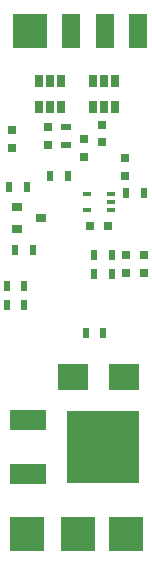
<source format=gbp>
G04 #@! TF.GenerationSoftware,KiCad,Pcbnew,(5.0.0-3-g5ebb6b6)*
G04 #@! TF.CreationDate,2018-09-03T19:30:42+02:00*
G04 #@! TF.ProjectId,Nano_Lambda,4E616E6F5F4C616D6264612E6B696361,rev?*
G04 #@! TF.SameCoordinates,Original*
G04 #@! TF.FileFunction,Paste,Bot*
G04 #@! TF.FilePolarity,Positive*
%FSLAX46Y46*%
G04 Gerber Fmt 4.6, Leading zero omitted, Abs format (unit mm)*
G04 Created by KiCad (PCBNEW (5.0.0-3-g5ebb6b6)) date Monday, 03 September 2018 at 19:30:42*
%MOMM*%
%LPD*%
G01*
G04 APERTURE LIST*
%ADD10R,0.797560X0.797560*%
%ADD11R,0.750000X0.800000*%
%ADD12R,0.800000X0.750000*%
%ADD13R,0.660400X0.406400*%
%ADD14R,0.900000X0.800000*%
%ADD15R,0.500000X0.900000*%
%ADD16R,0.900000X0.500000*%
%ADD17R,0.650000X1.060000*%
%ADD18R,2.500000X2.300000*%
%ADD19R,1.500000X3.000000*%
%ADD20R,3.000000X3.000000*%
%ADD21R,3.048000X1.651000*%
%ADD22R,6.096000X6.096000*%
G04 APERTURE END LIST*
D10*
G04 #@! TO.C,D2*
X175531400Y-77420000D03*
X177030000Y-77420000D03*
G04 #@! TD*
G04 #@! TO.C,D3*
X177035300Y-78918000D03*
X175536700Y-78918000D03*
G04 #@! TD*
D11*
G04 #@! TO.C,C3*
X171958000Y-67576000D03*
X171958000Y-69076000D03*
G04 #@! TD*
G04 #@! TO.C,C5*
X173460000Y-67850000D03*
X173460000Y-66350000D03*
G04 #@! TD*
D12*
G04 #@! TO.C,C7*
X173978000Y-74930000D03*
X172478000Y-74930000D03*
G04 #@! TD*
D11*
G04 #@! TO.C,C8*
X168910000Y-66560000D03*
X168910000Y-68060000D03*
G04 #@! TD*
G04 #@! TO.C,C11*
X165862000Y-68302000D03*
X165862000Y-66802000D03*
G04 #@! TD*
G04 #@! TO.C,C12*
X175460000Y-69160000D03*
X175460000Y-70660000D03*
G04 #@! TD*
D13*
G04 #@! TO.C,IC1*
X172212000Y-72237600D03*
X172212000Y-73558400D03*
X174244000Y-72898000D03*
X174244000Y-73558400D03*
X174244000Y-72237600D03*
G04 #@! TD*
D14*
G04 #@! TO.C,IC2*
X168298000Y-74252000D03*
X166298000Y-73302000D03*
X166298000Y-75202000D03*
G04 #@! TD*
D15*
G04 #@! TO.C,R1*
X175520000Y-72170000D03*
X177020000Y-72170000D03*
G04 #@! TD*
G04 #@! TO.C,R2*
X172840000Y-77370000D03*
X174340000Y-77370000D03*
G04 #@! TD*
G04 #@! TO.C,R3*
X170580000Y-70690000D03*
X169080000Y-70690000D03*
G04 #@! TD*
G04 #@! TO.C,R5*
X174340000Y-78970000D03*
X172840000Y-78970000D03*
G04 #@! TD*
D16*
G04 #@! TO.C,R10*
X170434000Y-66560000D03*
X170434000Y-68060000D03*
G04 #@! TD*
D15*
G04 #@! TO.C,R17*
X165608000Y-71628000D03*
X167108000Y-71628000D03*
G04 #@! TD*
G04 #@! TO.C,R18*
X167628000Y-76962000D03*
X166128000Y-76962000D03*
G04 #@! TD*
G04 #@! TO.C,R19*
X172110400Y-84023200D03*
X173610400Y-84023200D03*
G04 #@! TD*
D17*
G04 #@! TO.C,U2*
X173652000Y-64854000D03*
X172702000Y-64854000D03*
X174602000Y-64854000D03*
X174602000Y-62654000D03*
X173652000Y-62654000D03*
X172702000Y-62654000D03*
G04 #@! TD*
G04 #@! TO.C,U3*
X168130000Y-62654000D03*
X169080000Y-62654000D03*
X170030000Y-62654000D03*
X170030000Y-64854000D03*
X168130000Y-64854000D03*
X169080000Y-64854000D03*
G04 #@! TD*
D18*
G04 #@! TO.C,U4*
X171069000Y-87710000D03*
X175369000Y-87710000D03*
G04 #@! TD*
D19*
G04 #@! TO.C,J10*
X176530000Y-58420000D03*
G04 #@! TD*
G04 #@! TO.C,J12*
X170840400Y-58420000D03*
G04 #@! TD*
G04 #@! TO.C,J13*
X173736000Y-58420000D03*
G04 #@! TD*
D20*
G04 #@! TO.C,J6*
X171450000Y-100965000D03*
G04 #@! TD*
G04 #@! TO.C,J2*
X167386000Y-58420000D03*
G04 #@! TD*
G04 #@! TO.C,J4*
X167132000Y-100990400D03*
G04 #@! TD*
G04 #@! TO.C,J7*
X175514000Y-100965000D03*
G04 #@! TD*
D21*
G04 #@! TO.C,U5*
X167259000Y-95885000D03*
D22*
X173609000Y-93599000D03*
D21*
X167259000Y-91313000D03*
G04 #@! TD*
D15*
G04 #@! TO.C,R8*
X166910000Y-79990000D03*
X165410000Y-79990000D03*
G04 #@! TD*
G04 #@! TO.C,R9*
X165410000Y-81580000D03*
X166910000Y-81580000D03*
G04 #@! TD*
M02*

</source>
